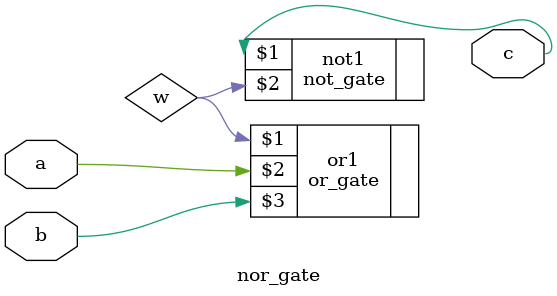
<source format=v>
module nor_gate (c,a,b);

    input a,b;
    output c;
    wire w;

    or_gate or1(w,a,b);
    not_gate not1(c,w);

endmodule
</source>
